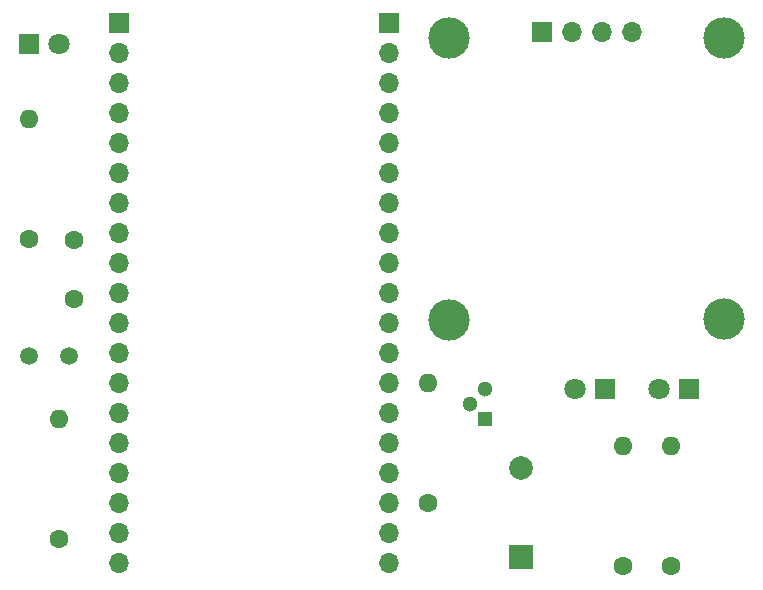
<source format=gbl>
G04 #@! TF.GenerationSoftware,KiCad,Pcbnew,5.0.0+dfsg1-1*
G04 #@! TF.CreationDate,2018-08-21T17:11:21+08:00*
G04 #@! TF.ProjectId,IOT,494F542E6B696361645F706362000000,rev?*
G04 #@! TF.SameCoordinates,Original*
G04 #@! TF.FileFunction,Copper,L2,Bot,Signal*
G04 #@! TF.FilePolarity,Positive*
%FSLAX46Y46*%
G04 Gerber Fmt 4.6, Leading zero omitted, Abs format (unit mm)*
G04 Created by KiCad (PCBNEW 5.0.0+dfsg1-1) date Tue Aug 21 17:11:21 2018*
%MOMM*%
%LPD*%
G01*
G04 APERTURE LIST*
G04 #@! TA.AperFunction,ComponentPad*
%ADD10R,1.800000X1.800000*%
G04 #@! TD*
G04 #@! TA.AperFunction,ComponentPad*
%ADD11C,1.800000*%
G04 #@! TD*
G04 #@! TA.AperFunction,WasherPad*
%ADD12C,3.500000*%
G04 #@! TD*
G04 #@! TA.AperFunction,ComponentPad*
%ADD13R,1.700000X1.700000*%
G04 #@! TD*
G04 #@! TA.AperFunction,ComponentPad*
%ADD14O,1.700000X1.700000*%
G04 #@! TD*
G04 #@! TA.AperFunction,ComponentPad*
%ADD15C,1.500000*%
G04 #@! TD*
G04 #@! TA.AperFunction,ComponentPad*
%ADD16R,2.000000X2.000000*%
G04 #@! TD*
G04 #@! TA.AperFunction,ComponentPad*
%ADD17C,2.000000*%
G04 #@! TD*
G04 #@! TA.AperFunction,ComponentPad*
%ADD18O,1.600000X1.600000*%
G04 #@! TD*
G04 #@! TA.AperFunction,ComponentPad*
%ADD19C,1.600000*%
G04 #@! TD*
G04 #@! TA.AperFunction,ComponentPad*
%ADD20C,1.300000*%
G04 #@! TD*
G04 #@! TA.AperFunction,ComponentPad*
%ADD21R,1.300000X1.300000*%
G04 #@! TD*
G04 APERTURE END LIST*
D10*
G04 #@! TO.P,D1,1*
G04 #@! TO.N,Net-(D1-Pad1)*
X25400000Y-41910000D03*
D11*
G04 #@! TO.P,D1,2*
G04 #@! TO.N,+3V3*
X27940000Y-41910000D03*
G04 #@! TD*
G04 #@! TO.P,D2,2*
G04 #@! TO.N,/GREEN_LED*
X78740000Y-71120000D03*
D10*
G04 #@! TO.P,D2,1*
G04 #@! TO.N,Net-(D2-Pad1)*
X81280000Y-71120000D03*
G04 #@! TD*
D12*
G04 #@! TO.P,U2,*
G04 #@! TO.N,*
X84251800Y-41402000D03*
X84277200Y-65176400D03*
X60960000Y-65201800D03*
D13*
G04 #@! TO.P,U2,1*
G04 #@! TO.N,+3V3*
X68834000Y-40894000D03*
D14*
G04 #@! TO.P,U2,2*
G04 #@! TO.N,GND*
X71374000Y-40894000D03*
G04 #@! TO.P,U2,3*
G04 #@! TO.N,/OLED_SCL*
X73914000Y-40894000D03*
G04 #@! TO.P,U2,4*
G04 #@! TO.N,/OLED_SDA*
X76454000Y-40894000D03*
D12*
G04 #@! TO.P,U2,*
G04 #@! TO.N,*
X60960000Y-41402000D03*
G04 #@! TD*
D10*
G04 #@! TO.P,D3,1*
G04 #@! TO.N,Net-(D3-Pad1)*
X74168000Y-71120000D03*
D11*
G04 #@! TO.P,D3,2*
G04 #@! TO.N,/RED_LED*
X71628000Y-71120000D03*
G04 #@! TD*
D15*
G04 #@! TO.P,R5,1*
G04 #@! TO.N,+3V3*
X25400000Y-68326000D03*
G04 #@! TO.P,R5,2*
G04 #@! TO.N,/LDR_ADC*
X28800000Y-68326000D03*
G04 #@! TD*
D14*
G04 #@! TO.P,U1,20*
G04 #@! TO.N,Net-(U1-Pad20)*
X55880000Y-85852000D03*
G04 #@! TO.P,U1,21*
G04 #@! TO.N,Net-(U1-Pad21)*
X55880000Y-83312000D03*
G04 #@! TO.P,U1,22*
G04 #@! TO.N,Net-(U1-Pad22)*
X55880000Y-80772000D03*
G04 #@! TO.P,U1,23*
G04 #@! TO.N,Net-(U1-Pad23)*
X55880000Y-78232000D03*
G04 #@! TO.P,U1,24*
G04 #@! TO.N,Net-(U1-Pad24)*
X55880000Y-75692000D03*
G04 #@! TO.P,U1,25*
G04 #@! TO.N,Net-(U1-Pad25)*
X55880000Y-73152000D03*
G04 #@! TO.P,U1,26*
G04 #@! TO.N,/BUZZER_CONTROL*
X55880000Y-70612000D03*
G04 #@! TO.P,U1,27*
G04 #@! TO.N,/RED_LED*
X55880000Y-68072000D03*
G04 #@! TO.P,U1,28*
G04 #@! TO.N,/GREEN_LED*
X55880000Y-65532000D03*
G04 #@! TO.P,U1,29*
G04 #@! TO.N,Net-(U1-Pad29)*
X55880000Y-62992000D03*
G04 #@! TO.P,U1,30*
G04 #@! TO.N,Net-(U1-Pad30)*
X55880000Y-60452000D03*
G04 #@! TO.P,U1,31*
G04 #@! TO.N,Net-(U1-Pad31)*
X55880000Y-57912000D03*
G04 #@! TO.P,U1,32*
G04 #@! TO.N,GND*
X55880000Y-55372000D03*
G04 #@! TO.P,U1,33*
G04 #@! TO.N,/OLED_SDA*
X55880000Y-52832000D03*
G04 #@! TO.P,U1,34*
G04 #@! TO.N,Net-(U1-Pad34)*
X55880000Y-50292000D03*
G04 #@! TO.P,U1,35*
G04 #@! TO.N,Net-(U1-Pad35)*
X55880000Y-47752000D03*
G04 #@! TO.P,U1,36*
G04 #@! TO.N,/OLED_SCL*
X55880000Y-45212000D03*
G04 #@! TO.P,U1,37*
G04 #@! TO.N,Net-(U1-Pad37)*
X55880000Y-42672000D03*
D13*
G04 #@! TO.P,U1,38*
G04 #@! TO.N,GND*
X55880000Y-40132000D03*
G04 #@! TO.P,U1,1*
G04 #@! TO.N,+3V3*
X33020000Y-40132000D03*
D14*
G04 #@! TO.P,U1,2*
G04 #@! TO.N,Net-(U1-Pad2)*
X33020000Y-42672000D03*
G04 #@! TO.P,U1,3*
G04 #@! TO.N,Net-(U1-Pad3)*
X33020000Y-45212000D03*
G04 #@! TO.P,U1,4*
G04 #@! TO.N,Net-(U1-Pad4)*
X33020000Y-47752000D03*
G04 #@! TO.P,U1,5*
G04 #@! TO.N,Net-(U1-Pad5)*
X33020000Y-50292000D03*
G04 #@! TO.P,U1,6*
G04 #@! TO.N,Net-(U1-Pad6)*
X33020000Y-52832000D03*
G04 #@! TO.P,U1,7*
G04 #@! TO.N,/LDR_ADC*
X33020000Y-55372000D03*
G04 #@! TO.P,U1,8*
G04 #@! TO.N,Net-(U1-Pad8)*
X33020000Y-57912000D03*
G04 #@! TO.P,U1,9*
G04 #@! TO.N,Net-(U1-Pad9)*
X33020000Y-60452000D03*
G04 #@! TO.P,U1,10*
G04 #@! TO.N,Net-(U1-Pad10)*
X33020000Y-62992000D03*
G04 #@! TO.P,U1,11*
G04 #@! TO.N,Net-(U1-Pad11)*
X33020000Y-65532000D03*
G04 #@! TO.P,U1,12*
G04 #@! TO.N,Net-(U1-Pad12)*
X33020000Y-68072000D03*
G04 #@! TO.P,U1,13*
G04 #@! TO.N,Net-(U1-Pad13)*
X33020000Y-70612000D03*
G04 #@! TO.P,U1,14*
G04 #@! TO.N,GND*
X33020000Y-73152000D03*
G04 #@! TO.P,U1,15*
G04 #@! TO.N,Net-(U1-Pad15)*
X33020000Y-75692000D03*
G04 #@! TO.P,U1,16*
G04 #@! TO.N,Net-(U1-Pad16)*
X33020000Y-78232000D03*
G04 #@! TO.P,U1,17*
G04 #@! TO.N,Net-(U1-Pad17)*
X33020000Y-80772000D03*
G04 #@! TO.P,U1,18*
G04 #@! TO.N,Net-(U1-Pad18)*
X33020000Y-83312000D03*
G04 #@! TO.P,U1,19*
G04 #@! TO.N,Net-(U1-Pad19)*
X33020000Y-85852000D03*
G04 #@! TD*
D16*
G04 #@! TO.P,BZ1,1*
G04 #@! TO.N,+3V3*
X67056000Y-85344000D03*
D17*
G04 #@! TO.P,BZ1,2*
G04 #@! TO.N,Net-(BZ1-Pad2)*
X67056000Y-77744000D03*
G04 #@! TD*
D18*
G04 #@! TO.P,R4,2*
G04 #@! TO.N,Net-(D3-Pad1)*
X75692000Y-75946000D03*
D19*
G04 #@! TO.P,R4,1*
G04 #@! TO.N,GND*
X75692000Y-86106000D03*
G04 #@! TD*
D18*
G04 #@! TO.P,R2,2*
G04 #@! TO.N,Net-(D1-Pad1)*
X25400000Y-48260000D03*
D19*
G04 #@! TO.P,R2,1*
G04 #@! TO.N,GND*
X25400000Y-58420000D03*
G04 #@! TD*
G04 #@! TO.P,C1,1*
G04 #@! TO.N,/LDR_ADC*
X29210000Y-63500000D03*
G04 #@! TO.P,C1,2*
G04 #@! TO.N,GND*
X29210000Y-58500000D03*
G04 #@! TD*
G04 #@! TO.P,R6,1*
G04 #@! TO.N,GND*
X27940000Y-83820000D03*
D18*
G04 #@! TO.P,R6,2*
G04 #@! TO.N,/LDR_ADC*
X27940000Y-73660000D03*
G04 #@! TD*
D19*
G04 #@! TO.P,R3,1*
G04 #@! TO.N,GND*
X79756000Y-86106000D03*
D18*
G04 #@! TO.P,R3,2*
G04 #@! TO.N,Net-(D2-Pad1)*
X79756000Y-75946000D03*
G04 #@! TD*
D20*
G04 #@! TO.P,Q1,2*
G04 #@! TO.N,Net-(Q1-Pad2)*
X62738000Y-72390000D03*
G04 #@! TO.P,Q1,3*
G04 #@! TO.N,Net-(BZ1-Pad2)*
X64008000Y-71120000D03*
D21*
G04 #@! TO.P,Q1,1*
G04 #@! TO.N,GND*
X64008000Y-73660000D03*
G04 #@! TD*
D19*
G04 #@! TO.P,R1,1*
G04 #@! TO.N,Net-(Q1-Pad2)*
X59182000Y-80772000D03*
D18*
G04 #@! TO.P,R1,2*
G04 #@! TO.N,/BUZZER_CONTROL*
X59182000Y-70612000D03*
G04 #@! TD*
M02*

</source>
